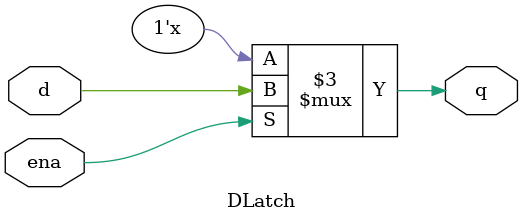
<source format=v>
/* Generated by Yosys 0.62+55 (git sha1 29a270c4b, g++ 11.5.0 -fPIC -O3) */

module DLatch(d, ena, q);
  input d;
  wire d;
  input ena;
  wire ena;
  output q;
  reg q;
  always @*
    if (ena) q = d;
endmodule

</source>
